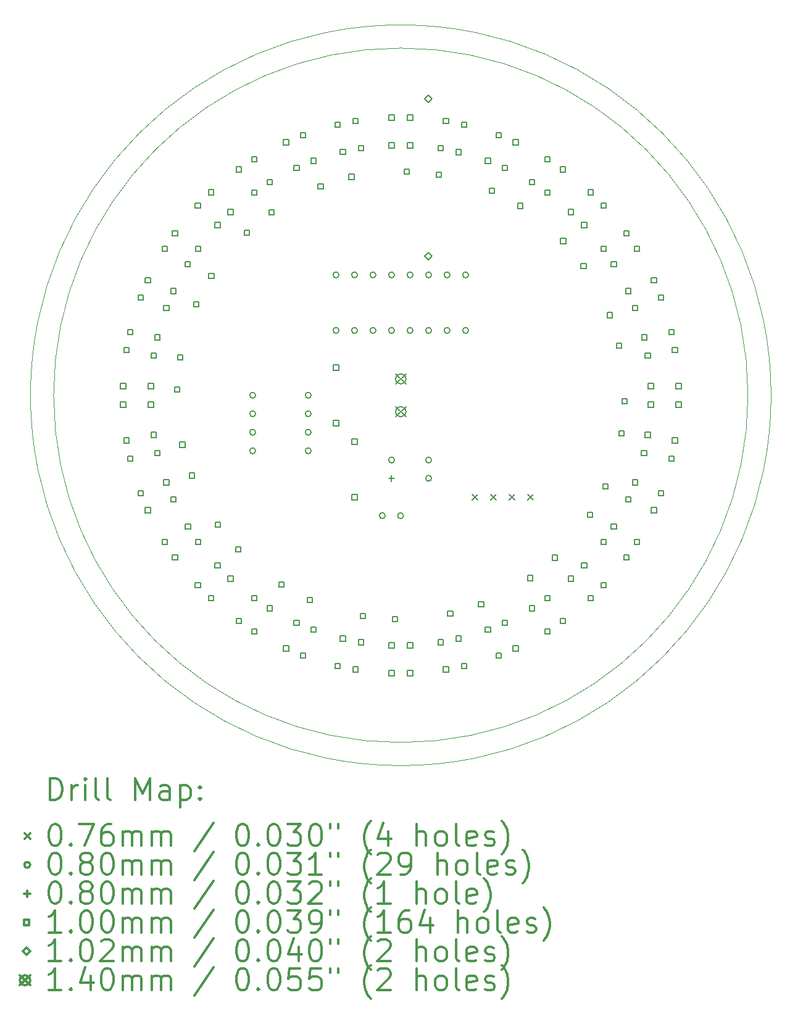
<source format=gbr>
%FSLAX45Y45*%
G04 Gerber Fmt 4.5, Leading zero omitted, Abs format (unit mm)*
G04 Created by KiCad (PCBNEW 4.0.0-rc1-stable) date 4/24/2016 3:56:28 PM*
%MOMM*%
G01*
G04 APERTURE LIST*
%ADD10C,0.127000*%
%ADD11C,0.100000*%
%ADD12C,0.200000*%
%ADD13C,0.300000*%
G04 APERTURE END LIST*
D10*
D11*
X20320000Y-10160000D02*
G75*
G03X20320000Y-10160000I-5080000J0D01*
G01*
X20002500Y-10160000D02*
G75*
G03X20002500Y-10160000I-4762500J0D01*
G01*
D12*
X16217900Y-11518900D02*
X16294100Y-11595100D01*
X16294100Y-11518900D02*
X16217900Y-11595100D01*
X16471900Y-11518900D02*
X16548100Y-11595100D01*
X16548100Y-11518900D02*
X16471900Y-11595100D01*
X16725900Y-11518900D02*
X16802100Y-11595100D01*
X16802100Y-11518900D02*
X16725900Y-11595100D01*
X16979900Y-11518900D02*
X17056100Y-11595100D01*
X17056100Y-11518900D02*
X16979900Y-11595100D01*
X13248000Y-10160000D02*
G75*
G03X13248000Y-10160000I-40000J0D01*
G01*
X13248000Y-10414000D02*
G75*
G03X13248000Y-10414000I-40000J0D01*
G01*
X13248000Y-10668000D02*
G75*
G03X13248000Y-10668000I-40000J0D01*
G01*
X13248000Y-10922000D02*
G75*
G03X13248000Y-10922000I-40000J0D01*
G01*
X14010000Y-10160000D02*
G75*
G03X14010000Y-10160000I-40000J0D01*
G01*
X14010000Y-10414000D02*
G75*
G03X14010000Y-10414000I-40000J0D01*
G01*
X14010000Y-10668000D02*
G75*
G03X14010000Y-10668000I-40000J0D01*
G01*
X14010000Y-10922000D02*
G75*
G03X14010000Y-10922000I-40000J0D01*
G01*
X14391000Y-8509000D02*
G75*
G03X14391000Y-8509000I-40000J0D01*
G01*
X14391000Y-9271000D02*
G75*
G03X14391000Y-9271000I-40000J0D01*
G01*
X14645000Y-8509000D02*
G75*
G03X14645000Y-8509000I-40000J0D01*
G01*
X14645000Y-9271000D02*
G75*
G03X14645000Y-9271000I-40000J0D01*
G01*
X14899000Y-8509000D02*
G75*
G03X14899000Y-8509000I-40000J0D01*
G01*
X14899000Y-9271000D02*
G75*
G03X14899000Y-9271000I-40000J0D01*
G01*
X15026000Y-11811000D02*
G75*
G03X15026000Y-11811000I-40000J0D01*
G01*
X15153000Y-8509000D02*
G75*
G03X15153000Y-8509000I-40000J0D01*
G01*
X15153000Y-9271000D02*
G75*
G03X15153000Y-9271000I-40000J0D01*
G01*
X15153000Y-11049000D02*
G75*
G03X15153000Y-11049000I-40000J0D01*
G01*
X15276000Y-11811000D02*
G75*
G03X15276000Y-11811000I-40000J0D01*
G01*
X15407000Y-8509000D02*
G75*
G03X15407000Y-8509000I-40000J0D01*
G01*
X15407000Y-9271000D02*
G75*
G03X15407000Y-9271000I-40000J0D01*
G01*
X15661000Y-8509000D02*
G75*
G03X15661000Y-8509000I-40000J0D01*
G01*
X15661000Y-9271000D02*
G75*
G03X15661000Y-9271000I-40000J0D01*
G01*
X15661000Y-11049000D02*
G75*
G03X15661000Y-11049000I-40000J0D01*
G01*
X15661000Y-11299000D02*
G75*
G03X15661000Y-11299000I-40000J0D01*
G01*
X15915000Y-8509000D02*
G75*
G03X15915000Y-8509000I-40000J0D01*
G01*
X15915000Y-9271000D02*
G75*
G03X15915000Y-9271000I-40000J0D01*
G01*
X16169000Y-8509000D02*
G75*
G03X16169000Y-8509000I-40000J0D01*
G01*
X16169000Y-9271000D02*
G75*
G03X16169000Y-9271000I-40000J0D01*
G01*
X15113000Y-11258995D02*
X15113000Y-11339005D01*
X15072995Y-11299000D02*
X15153005Y-11299000D01*
X11465382Y-10068383D02*
X11465382Y-9997618D01*
X11394617Y-9997618D01*
X11394617Y-10068383D01*
X11465382Y-10068383D01*
X11465382Y-10322383D02*
X11465382Y-10251618D01*
X11394617Y-10251618D01*
X11394617Y-10322383D01*
X11465382Y-10322383D01*
X11513814Y-9576648D02*
X11513814Y-9505883D01*
X11443049Y-9505883D01*
X11443049Y-9576648D01*
X11513814Y-9576648D01*
X11514032Y-10814074D02*
X11514032Y-10743309D01*
X11443267Y-10743309D01*
X11443267Y-10814074D01*
X11514032Y-10814074D01*
X11563367Y-11063236D02*
X11563367Y-10992471D01*
X11492602Y-10992471D01*
X11492602Y-11063236D01*
X11563367Y-11063236D01*
X11563584Y-9327572D02*
X11563584Y-9256807D01*
X11492819Y-9256807D01*
X11492819Y-9327572D01*
X11563584Y-9327572D01*
X11706801Y-8854691D02*
X11706801Y-8783926D01*
X11636036Y-8783926D01*
X11636036Y-8854691D01*
X11706801Y-8854691D01*
X11706801Y-11536074D02*
X11706801Y-11465309D01*
X11636036Y-11465309D01*
X11636036Y-11536074D01*
X11706801Y-11536074D01*
X11804002Y-8620026D02*
X11804002Y-8549261D01*
X11733237Y-8549261D01*
X11733237Y-8620026D01*
X11804002Y-8620026D01*
X11804002Y-11770739D02*
X11804002Y-11699974D01*
X11733237Y-11699974D01*
X11733237Y-11770739D01*
X11804002Y-11770739D01*
X11846382Y-10068383D02*
X11846382Y-9997618D01*
X11775617Y-9997618D01*
X11775617Y-10068383D01*
X11846382Y-10068383D01*
X11846382Y-10322383D02*
X11846382Y-10251618D01*
X11775617Y-10251618D01*
X11775617Y-10322383D01*
X11846382Y-10322383D01*
X11887493Y-9650978D02*
X11887493Y-9580213D01*
X11816728Y-9580213D01*
X11816728Y-9650978D01*
X11887493Y-9650978D01*
X11887711Y-10739744D02*
X11887711Y-10668979D01*
X11816946Y-10668979D01*
X11816946Y-10739744D01*
X11887711Y-10739744D01*
X11937046Y-10988907D02*
X11937046Y-10918142D01*
X11866281Y-10918142D01*
X11866281Y-10988907D01*
X11937046Y-10988907D01*
X11937264Y-9401901D02*
X11937264Y-9331136D01*
X11866499Y-9331136D01*
X11866499Y-9401901D01*
X11937264Y-9401901D01*
X12036926Y-8184257D02*
X12036926Y-8113492D01*
X11966161Y-8113492D01*
X11966161Y-8184257D01*
X12036926Y-8184257D01*
X12037110Y-12206385D02*
X12037110Y-12135620D01*
X11966345Y-12135620D01*
X11966345Y-12206385D01*
X12037110Y-12206385D01*
X12058799Y-9000494D02*
X12058799Y-8929729D01*
X11988034Y-8929729D01*
X11988034Y-9000494D01*
X12058799Y-9000494D01*
X12058799Y-11390271D02*
X12058799Y-11319506D01*
X11988034Y-11319506D01*
X11988034Y-11390271D01*
X12058799Y-11390271D01*
X12156000Y-8765828D02*
X12156000Y-8695063D01*
X12085235Y-8695063D01*
X12085235Y-8765828D01*
X12156000Y-8765828D01*
X12156000Y-11624937D02*
X12156000Y-11554172D01*
X12085235Y-11554172D01*
X12085235Y-11624937D01*
X12156000Y-11624937D01*
X12178041Y-12417702D02*
X12178041Y-12346937D01*
X12107276Y-12346937D01*
X12107276Y-12417702D01*
X12178041Y-12417702D01*
X12178225Y-7973186D02*
X12178225Y-7902421D01*
X12107460Y-7902421D01*
X12107460Y-7973186D01*
X12178225Y-7973186D01*
X12205046Y-10114941D02*
X12205046Y-10044176D01*
X12134281Y-10044176D01*
X12134281Y-10114941D01*
X12205046Y-10114941D01*
X12248030Y-9675189D02*
X12248030Y-9604424D01*
X12177265Y-9604424D01*
X12177265Y-9675189D01*
X12248030Y-9675189D01*
X12279404Y-10873304D02*
X12279404Y-10802539D01*
X12208639Y-10802539D01*
X12208639Y-10873304D01*
X12279404Y-10873304D01*
X12353716Y-8395929D02*
X12353716Y-8325164D01*
X12282951Y-8325164D01*
X12282951Y-8395929D01*
X12353716Y-8395929D01*
X12353900Y-11994713D02*
X12353900Y-11923948D01*
X12283135Y-11923948D01*
X12283135Y-11994713D01*
X12353900Y-11994713D01*
X12407977Y-11296031D02*
X12407977Y-11225266D01*
X12337212Y-11225266D01*
X12337212Y-11296031D01*
X12407977Y-11296031D01*
X12469545Y-8946097D02*
X12469545Y-8875332D01*
X12398780Y-8875332D01*
X12398780Y-8946097D01*
X12469545Y-8946097D01*
X12491503Y-7591108D02*
X12491503Y-7520343D01*
X12420738Y-7520343D01*
X12420738Y-7591108D01*
X12491503Y-7591108D01*
X12491503Y-12799657D02*
X12491503Y-12728892D01*
X12420738Y-12728892D01*
X12420738Y-12799657D01*
X12491503Y-12799657D01*
X12494831Y-12206029D02*
X12494831Y-12135264D01*
X12424066Y-12135264D01*
X12424066Y-12206029D01*
X12494831Y-12206029D01*
X12495015Y-8184859D02*
X12495015Y-8114094D01*
X12424250Y-8114094D01*
X12424250Y-8184859D01*
X12495015Y-8184859D01*
X12671108Y-7411503D02*
X12671108Y-7340738D01*
X12600343Y-7340738D01*
X12600343Y-7411503D01*
X12671108Y-7411503D01*
X12671108Y-12979262D02*
X12671108Y-12908497D01*
X12600343Y-12908497D01*
X12600343Y-12979262D01*
X12671108Y-12979262D01*
X12677543Y-8556269D02*
X12677543Y-8485504D01*
X12606778Y-8485504D01*
X12606778Y-8556269D01*
X12677543Y-8556269D01*
X12760911Y-7860516D02*
X12760911Y-7789751D01*
X12690146Y-7789751D01*
X12690146Y-7860516D01*
X12760911Y-7860516D01*
X12760911Y-12530249D02*
X12760911Y-12459484D01*
X12690146Y-12459484D01*
X12690146Y-12530249D01*
X12760911Y-12530249D01*
X12766889Y-11968212D02*
X12766889Y-11897447D01*
X12696124Y-11897447D01*
X12696124Y-11968212D01*
X12766889Y-11968212D01*
X12940516Y-7680911D02*
X12940516Y-7610146D01*
X12869751Y-7610146D01*
X12869751Y-7680911D01*
X12940516Y-7680911D01*
X12940516Y-12709854D02*
X12940516Y-12639089D01*
X12869751Y-12639089D01*
X12869751Y-12709854D01*
X12940516Y-12709854D01*
X13047446Y-12309557D02*
X13047446Y-12238792D01*
X12976681Y-12238792D01*
X12976681Y-12309557D01*
X13047446Y-12309557D01*
X13053063Y-7098041D02*
X13053063Y-7027276D01*
X12982298Y-7027276D01*
X12982298Y-7098041D01*
X13053063Y-7098041D01*
X13053186Y-13292540D02*
X13053186Y-13221775D01*
X12982421Y-13221775D01*
X12982421Y-13292540D01*
X13053186Y-13292540D01*
X13161207Y-7967446D02*
X13161207Y-7896681D01*
X13090442Y-7896681D01*
X13090442Y-7967446D01*
X13161207Y-7967446D01*
X13264257Y-13433839D02*
X13264257Y-13363074D01*
X13193492Y-13363074D01*
X13193492Y-13433839D01*
X13264257Y-13433839D01*
X13264380Y-6957110D02*
X13264380Y-6886345D01*
X13193615Y-6886345D01*
X13193615Y-6957110D01*
X13264380Y-6957110D01*
X13264735Y-7414831D02*
X13264735Y-7344066D01*
X13193970Y-7344066D01*
X13193970Y-7414831D01*
X13264735Y-7414831D01*
X13264859Y-12975750D02*
X13264859Y-12904985D01*
X13194094Y-12904985D01*
X13194094Y-12975750D01*
X13264859Y-12975750D01*
X13475929Y-13117049D02*
X13475929Y-13046284D01*
X13405164Y-13046284D01*
X13405164Y-13117049D01*
X13475929Y-13117049D01*
X13476052Y-7273900D02*
X13476052Y-7203135D01*
X13405287Y-7203135D01*
X13405287Y-7273900D01*
X13476052Y-7273900D01*
X13502553Y-7686889D02*
X13502553Y-7616124D01*
X13431788Y-7616124D01*
X13431788Y-7686889D01*
X13502553Y-7686889D01*
X13636269Y-12793222D02*
X13636269Y-12722457D01*
X13565504Y-12722457D01*
X13565504Y-12793222D01*
X13636269Y-12793222D01*
X13700026Y-6724002D02*
X13700026Y-6653237D01*
X13629261Y-6653237D01*
X13629261Y-6724002D01*
X13700026Y-6724002D01*
X13700026Y-13666763D02*
X13700026Y-13595998D01*
X13629261Y-13595998D01*
X13629261Y-13666763D01*
X13700026Y-13666763D01*
X13845828Y-7076000D02*
X13845828Y-7005235D01*
X13775063Y-7005235D01*
X13775063Y-7076000D01*
X13845828Y-7076000D01*
X13845828Y-13314765D02*
X13845828Y-13244000D01*
X13775063Y-13244000D01*
X13775063Y-13314765D01*
X13845828Y-13314765D01*
X13934691Y-6626801D02*
X13934691Y-6556036D01*
X13863926Y-6556036D01*
X13863926Y-6626801D01*
X13934691Y-6626801D01*
X13934691Y-13763964D02*
X13934691Y-13693199D01*
X13863926Y-13693199D01*
X13863926Y-13763964D01*
X13934691Y-13763964D01*
X14026097Y-13001220D02*
X14026097Y-12930455D01*
X13955332Y-12930455D01*
X13955332Y-13001220D01*
X14026097Y-13001220D01*
X14080494Y-6978799D02*
X14080494Y-6908034D01*
X14009729Y-6908034D01*
X14009729Y-6978799D01*
X14080494Y-6978799D01*
X14080494Y-13411966D02*
X14080494Y-13341201D01*
X14009729Y-13341201D01*
X14009729Y-13411966D01*
X14080494Y-13411966D01*
X14174734Y-7327977D02*
X14174734Y-7257212D01*
X14103969Y-7257212D01*
X14103969Y-7327977D01*
X14174734Y-7327977D01*
X14386382Y-9814383D02*
X14386382Y-9743618D01*
X14315617Y-9743618D01*
X14315617Y-9814383D01*
X14386382Y-9814383D01*
X14386382Y-10576383D02*
X14386382Y-10505618D01*
X14315617Y-10505618D01*
X14315617Y-10576383D01*
X14386382Y-10576383D01*
X14407529Y-6483367D02*
X14407529Y-6412602D01*
X14336764Y-6412602D01*
X14336764Y-6483367D01*
X14407529Y-6483367D01*
X14407572Y-13907181D02*
X14407572Y-13836416D01*
X14336807Y-13836416D01*
X14336807Y-13907181D01*
X14407572Y-13907181D01*
X14481858Y-6857046D02*
X14481858Y-6786281D01*
X14411093Y-6786281D01*
X14411093Y-6857046D01*
X14481858Y-6857046D01*
X14481901Y-13533501D02*
X14481901Y-13462736D01*
X14411136Y-13462736D01*
X14411136Y-13533501D01*
X14481901Y-13533501D01*
X14597461Y-7199404D02*
X14597461Y-7128639D01*
X14526696Y-7128639D01*
X14526696Y-7199404D01*
X14597461Y-7199404D01*
X14640382Y-10830383D02*
X14640382Y-10759618D01*
X14569617Y-10759618D01*
X14569617Y-10830383D01*
X14640382Y-10830383D01*
X14640382Y-11592382D02*
X14640382Y-11521617D01*
X14569617Y-11521617D01*
X14569617Y-11592382D01*
X14640382Y-11592382D01*
X14656648Y-13956951D02*
X14656648Y-13886186D01*
X14585883Y-13886186D01*
X14585883Y-13956951D01*
X14656648Y-13956951D01*
X14656691Y-6434032D02*
X14656691Y-6363267D01*
X14585926Y-6363267D01*
X14585926Y-6434032D01*
X14656691Y-6434032D01*
X14730977Y-13583272D02*
X14730977Y-13512507D01*
X14660212Y-13512507D01*
X14660212Y-13583272D01*
X14730977Y-13583272D01*
X14731021Y-6807711D02*
X14731021Y-6736946D01*
X14660256Y-6736946D01*
X14660256Y-6807711D01*
X14731021Y-6807711D01*
X14755189Y-13222735D02*
X14755189Y-13151970D01*
X14684424Y-13151970D01*
X14684424Y-13222735D01*
X14755189Y-13222735D01*
X15148382Y-6385382D02*
X15148382Y-6314617D01*
X15077617Y-6314617D01*
X15077617Y-6385382D01*
X15148382Y-6385382D01*
X15148382Y-6766382D02*
X15148382Y-6695617D01*
X15077617Y-6695617D01*
X15077617Y-6766382D01*
X15148382Y-6766382D01*
X15148382Y-13624382D02*
X15148382Y-13553617D01*
X15077617Y-13553617D01*
X15077617Y-13624382D01*
X15148382Y-13624382D01*
X15148382Y-14005382D02*
X15148382Y-13934617D01*
X15077617Y-13934617D01*
X15077617Y-14005382D01*
X15148382Y-14005382D01*
X15194941Y-13265719D02*
X15194941Y-13194954D01*
X15124176Y-13194954D01*
X15124176Y-13265719D01*
X15194941Y-13265719D01*
X15355824Y-7125046D02*
X15355824Y-7054281D01*
X15285059Y-7054281D01*
X15285059Y-7125046D01*
X15355824Y-7125046D01*
X15402382Y-6385382D02*
X15402382Y-6314617D01*
X15331617Y-6314617D01*
X15331617Y-6385382D01*
X15402382Y-6385382D01*
X15402382Y-6766382D02*
X15402382Y-6695617D01*
X15331617Y-6695617D01*
X15331617Y-6766382D01*
X15402382Y-6766382D01*
X15402382Y-13624382D02*
X15402382Y-13553617D01*
X15331617Y-13553617D01*
X15331617Y-13624382D01*
X15402382Y-13624382D01*
X15402382Y-14005382D02*
X15402382Y-13934617D01*
X15331617Y-13934617D01*
X15331617Y-14005382D01*
X15402382Y-14005382D01*
X15795576Y-7168030D02*
X15795576Y-7097265D01*
X15724811Y-7097265D01*
X15724811Y-7168030D01*
X15795576Y-7168030D01*
X15819744Y-13583054D02*
X15819744Y-13512289D01*
X15748979Y-13512289D01*
X15748979Y-13583054D01*
X15819744Y-13583054D01*
X15819787Y-6807493D02*
X15819787Y-6736728D01*
X15749022Y-6736728D01*
X15749022Y-6807493D01*
X15819787Y-6807493D01*
X15894074Y-13956733D02*
X15894074Y-13885968D01*
X15823309Y-13885968D01*
X15823309Y-13956733D01*
X15894074Y-13956733D01*
X15894117Y-6433814D02*
X15894117Y-6363049D01*
X15823352Y-6363049D01*
X15823352Y-6433814D01*
X15894117Y-6433814D01*
X15953304Y-13191361D02*
X15953304Y-13120596D01*
X15882539Y-13120596D01*
X15882539Y-13191361D01*
X15953304Y-13191361D01*
X16068051Y-6861170D02*
X16068051Y-6790405D01*
X15997286Y-6790405D01*
X15997286Y-6861170D01*
X16068051Y-6861170D01*
X16068907Y-13533719D02*
X16068907Y-13462954D01*
X15998142Y-13462954D01*
X15998142Y-13533719D01*
X16068907Y-13533719D01*
X16143193Y-6483584D02*
X16143193Y-6412819D01*
X16072428Y-6412819D01*
X16072428Y-6483584D01*
X16143193Y-6483584D01*
X16143236Y-13907398D02*
X16143236Y-13836633D01*
X16072471Y-13836633D01*
X16072471Y-13907398D01*
X16143236Y-13907398D01*
X16376031Y-13062787D02*
X16376031Y-12992022D01*
X16305266Y-12992022D01*
X16305266Y-13062787D01*
X16376031Y-13062787D01*
X16470271Y-6978799D02*
X16470271Y-6908034D01*
X16399506Y-6908034D01*
X16399506Y-6978799D01*
X16470271Y-6978799D01*
X16470271Y-13411966D02*
X16470271Y-13341201D01*
X16399506Y-13341201D01*
X16399506Y-13411966D01*
X16470271Y-13411966D01*
X16524668Y-7389545D02*
X16524668Y-7318780D01*
X16453903Y-7318780D01*
X16453903Y-7389545D01*
X16524668Y-7389545D01*
X16616074Y-6626801D02*
X16616074Y-6556036D01*
X16545309Y-6556036D01*
X16545309Y-6626801D01*
X16616074Y-6626801D01*
X16616074Y-13763964D02*
X16616074Y-13693199D01*
X16545309Y-13693199D01*
X16545309Y-13763964D01*
X16616074Y-13763964D01*
X16704937Y-7076000D02*
X16704937Y-7005235D01*
X16634172Y-7005235D01*
X16634172Y-7076000D01*
X16704937Y-7076000D01*
X16704937Y-13314765D02*
X16704937Y-13244000D01*
X16634172Y-13244000D01*
X16634172Y-13314765D01*
X16704937Y-13314765D01*
X16850739Y-6724002D02*
X16850739Y-6653237D01*
X16779974Y-6653237D01*
X16779974Y-6724002D01*
X16850739Y-6724002D01*
X16850739Y-13666763D02*
X16850739Y-13595998D01*
X16779974Y-13595998D01*
X16779974Y-13666763D01*
X16850739Y-13666763D01*
X16914496Y-7597543D02*
X16914496Y-7526778D01*
X16843731Y-7526778D01*
X16843731Y-7597543D01*
X16914496Y-7597543D01*
X17048212Y-12703876D02*
X17048212Y-12633111D01*
X16977447Y-12633111D01*
X16977447Y-12703876D01*
X17048212Y-12703876D01*
X17074713Y-13116865D02*
X17074713Y-13046100D01*
X17003948Y-13046100D01*
X17003948Y-13116865D01*
X17074713Y-13116865D01*
X17074836Y-7273716D02*
X17074836Y-7202951D01*
X17004071Y-7202951D01*
X17004071Y-7273716D01*
X17074836Y-7273716D01*
X17285906Y-7415015D02*
X17285906Y-7344250D01*
X17215141Y-7344250D01*
X17215141Y-7415015D01*
X17285906Y-7415015D01*
X17286030Y-12975934D02*
X17286030Y-12905169D01*
X17215265Y-12905169D01*
X17215265Y-12975934D01*
X17286030Y-12975934D01*
X17286385Y-13433655D02*
X17286385Y-13362890D01*
X17215620Y-13362890D01*
X17215620Y-13433655D01*
X17286385Y-13433655D01*
X17286508Y-6956926D02*
X17286508Y-6886161D01*
X17215743Y-6886161D01*
X17215743Y-6956926D01*
X17286508Y-6956926D01*
X17389558Y-12423319D02*
X17389558Y-12352554D01*
X17318793Y-12352554D01*
X17318793Y-12423319D01*
X17389558Y-12423319D01*
X17497579Y-7098225D02*
X17497579Y-7027460D01*
X17426814Y-7027460D01*
X17426814Y-7098225D01*
X17497579Y-7098225D01*
X17497702Y-13292724D02*
X17497702Y-13221959D01*
X17426937Y-13221959D01*
X17426937Y-13292724D01*
X17497702Y-13292724D01*
X17503319Y-8081207D02*
X17503319Y-8010442D01*
X17432554Y-8010442D01*
X17432554Y-8081207D01*
X17503319Y-8081207D01*
X17610249Y-7680911D02*
X17610249Y-7610146D01*
X17539484Y-7610146D01*
X17539484Y-7680911D01*
X17610249Y-7680911D01*
X17610249Y-12709854D02*
X17610249Y-12639089D01*
X17539484Y-12639089D01*
X17539484Y-12709854D01*
X17610249Y-12709854D01*
X17783876Y-8422553D02*
X17783876Y-8351788D01*
X17713111Y-8351788D01*
X17713111Y-8422553D01*
X17783876Y-8422553D01*
X17789854Y-7860516D02*
X17789854Y-7789751D01*
X17719089Y-7789751D01*
X17719089Y-7860516D01*
X17789854Y-7860516D01*
X17789854Y-12530249D02*
X17789854Y-12459484D01*
X17719089Y-12459484D01*
X17719089Y-12530249D01*
X17789854Y-12530249D01*
X17873222Y-11834496D02*
X17873222Y-11763731D01*
X17802457Y-11763731D01*
X17802457Y-11834496D01*
X17873222Y-11834496D01*
X17879657Y-7411503D02*
X17879657Y-7340738D01*
X17808892Y-7340738D01*
X17808892Y-7411503D01*
X17879657Y-7411503D01*
X17879657Y-12979262D02*
X17879657Y-12908497D01*
X17808892Y-12908497D01*
X17808892Y-12979262D01*
X17879657Y-12979262D01*
X18055750Y-12205906D02*
X18055750Y-12135141D01*
X17984985Y-12135141D01*
X17984985Y-12205906D01*
X18055750Y-12205906D01*
X18055934Y-8184735D02*
X18055934Y-8113970D01*
X17985169Y-8113970D01*
X17985169Y-8184735D01*
X18055934Y-8184735D01*
X18059262Y-7591108D02*
X18059262Y-7520343D01*
X17988497Y-7520343D01*
X17988497Y-7591108D01*
X18059262Y-7591108D01*
X18059262Y-12799657D02*
X18059262Y-12728892D01*
X17988497Y-12728892D01*
X17988497Y-12799657D01*
X18059262Y-12799657D01*
X18081220Y-11444668D02*
X18081220Y-11373903D01*
X18010455Y-11373903D01*
X18010455Y-11444668D01*
X18081220Y-11444668D01*
X18142788Y-9094734D02*
X18142788Y-9023969D01*
X18072023Y-9023969D01*
X18072023Y-9094734D01*
X18142788Y-9094734D01*
X18196865Y-8396052D02*
X18196865Y-8325287D01*
X18126100Y-8325287D01*
X18126100Y-8396052D01*
X18196865Y-8396052D01*
X18197049Y-11994836D02*
X18197049Y-11924071D01*
X18126284Y-11924071D01*
X18126284Y-11994836D01*
X18197049Y-11994836D01*
X18271361Y-9517461D02*
X18271361Y-9446696D01*
X18200596Y-9446696D01*
X18200596Y-9517461D01*
X18271361Y-9517461D01*
X18302735Y-10715576D02*
X18302735Y-10644811D01*
X18231970Y-10644811D01*
X18231970Y-10715576D01*
X18302735Y-10715576D01*
X18345719Y-10275824D02*
X18345719Y-10205059D01*
X18274954Y-10205059D01*
X18274954Y-10275824D01*
X18345719Y-10275824D01*
X18372540Y-12417578D02*
X18372540Y-12346813D01*
X18301775Y-12346813D01*
X18301775Y-12417578D01*
X18372540Y-12417578D01*
X18372724Y-7973063D02*
X18372724Y-7902298D01*
X18301959Y-7902298D01*
X18301959Y-7973063D01*
X18372724Y-7973063D01*
X18394765Y-8765828D02*
X18394765Y-8695063D01*
X18324000Y-8695063D01*
X18324000Y-8765828D01*
X18394765Y-8765828D01*
X18394765Y-11624937D02*
X18394765Y-11554172D01*
X18324000Y-11554172D01*
X18324000Y-11624937D01*
X18394765Y-11624937D01*
X18491966Y-9000494D02*
X18491966Y-8929729D01*
X18421201Y-8929729D01*
X18421201Y-9000494D01*
X18491966Y-9000494D01*
X18491966Y-11390271D02*
X18491966Y-11319506D01*
X18421201Y-11319506D01*
X18421201Y-11390271D01*
X18491966Y-11390271D01*
X18513655Y-8184380D02*
X18513655Y-8113615D01*
X18442890Y-8113615D01*
X18442890Y-8184380D01*
X18513655Y-8184380D01*
X18513839Y-12206508D02*
X18513839Y-12135743D01*
X18443074Y-12135743D01*
X18443074Y-12206508D01*
X18513839Y-12206508D01*
X18613501Y-10988864D02*
X18613501Y-10918099D01*
X18542736Y-10918099D01*
X18542736Y-10988864D01*
X18613501Y-10988864D01*
X18613719Y-9401858D02*
X18613719Y-9331093D01*
X18542954Y-9331093D01*
X18542954Y-9401858D01*
X18613719Y-9401858D01*
X18663054Y-9651021D02*
X18663054Y-9580256D01*
X18592289Y-9580256D01*
X18592289Y-9651021D01*
X18663054Y-9651021D01*
X18663272Y-10739788D02*
X18663272Y-10669023D01*
X18592507Y-10669023D01*
X18592507Y-10739788D01*
X18663272Y-10739788D01*
X18704383Y-10068383D02*
X18704383Y-9997618D01*
X18633618Y-9997618D01*
X18633618Y-10068383D01*
X18704383Y-10068383D01*
X18704383Y-10322383D02*
X18704383Y-10251618D01*
X18633618Y-10251618D01*
X18633618Y-10322383D01*
X18704383Y-10322383D01*
X18746763Y-8620026D02*
X18746763Y-8549261D01*
X18675998Y-8549261D01*
X18675998Y-8620026D01*
X18746763Y-8620026D01*
X18746763Y-11770739D02*
X18746763Y-11699974D01*
X18675998Y-11699974D01*
X18675998Y-11770739D01*
X18746763Y-11770739D01*
X18843964Y-8854691D02*
X18843964Y-8783926D01*
X18773199Y-8783926D01*
X18773199Y-8854691D01*
X18843964Y-8854691D01*
X18843964Y-11536074D02*
X18843964Y-11465309D01*
X18773199Y-11465309D01*
X18773199Y-11536074D01*
X18843964Y-11536074D01*
X18987181Y-11063193D02*
X18987181Y-10992428D01*
X18916416Y-10992428D01*
X18916416Y-11063193D01*
X18987181Y-11063193D01*
X18987398Y-9327529D02*
X18987398Y-9256764D01*
X18916633Y-9256764D01*
X18916633Y-9327529D01*
X18987398Y-9327529D01*
X19036733Y-9576691D02*
X19036733Y-9505926D01*
X18965968Y-9505926D01*
X18965968Y-9576691D01*
X19036733Y-9576691D01*
X19036951Y-10814117D02*
X19036951Y-10743352D01*
X18966186Y-10743352D01*
X18966186Y-10814117D01*
X19036951Y-10814117D01*
X19085383Y-10068383D02*
X19085383Y-9997618D01*
X19014618Y-9997618D01*
X19014618Y-10068383D01*
X19085383Y-10068383D01*
X19085383Y-10322383D02*
X19085383Y-10251618D01*
X19014618Y-10251618D01*
X19014618Y-10322383D01*
X19085383Y-10322383D01*
X15621000Y-6146800D02*
X15671800Y-6096000D01*
X15621000Y-6045200D01*
X15570200Y-6096000D01*
X15621000Y-6146800D01*
X15621000Y-8305800D02*
X15671800Y-8255000D01*
X15621000Y-8204200D01*
X15570200Y-8255000D01*
X15621000Y-8305800D01*
X15170000Y-9865000D02*
X15310000Y-10005000D01*
X15310000Y-9865000D02*
X15170000Y-10005000D01*
X15310000Y-9935000D02*
G75*
G03X15310000Y-9935000I-70000J0D01*
G01*
X15170000Y-10315000D02*
X15310000Y-10455000D01*
X15310000Y-10315000D02*
X15170000Y-10455000D01*
X15310000Y-10385000D02*
G75*
G03X15310000Y-10385000I-70000J0D01*
G01*
D13*
X10426429Y-15710714D02*
X10426429Y-15410714D01*
X10497857Y-15410714D01*
X10540714Y-15425000D01*
X10569286Y-15453571D01*
X10583571Y-15482143D01*
X10597857Y-15539286D01*
X10597857Y-15582143D01*
X10583571Y-15639286D01*
X10569286Y-15667857D01*
X10540714Y-15696429D01*
X10497857Y-15710714D01*
X10426429Y-15710714D01*
X10726429Y-15710714D02*
X10726429Y-15510714D01*
X10726429Y-15567857D02*
X10740714Y-15539286D01*
X10755000Y-15525000D01*
X10783571Y-15510714D01*
X10812143Y-15510714D01*
X10912143Y-15710714D02*
X10912143Y-15510714D01*
X10912143Y-15410714D02*
X10897857Y-15425000D01*
X10912143Y-15439286D01*
X10926429Y-15425000D01*
X10912143Y-15410714D01*
X10912143Y-15439286D01*
X11097857Y-15710714D02*
X11069286Y-15696429D01*
X11055000Y-15667857D01*
X11055000Y-15410714D01*
X11255000Y-15710714D02*
X11226428Y-15696429D01*
X11212143Y-15667857D01*
X11212143Y-15410714D01*
X11597857Y-15710714D02*
X11597857Y-15410714D01*
X11697857Y-15625000D01*
X11797857Y-15410714D01*
X11797857Y-15710714D01*
X12069286Y-15710714D02*
X12069286Y-15553571D01*
X12055000Y-15525000D01*
X12026428Y-15510714D01*
X11969286Y-15510714D01*
X11940714Y-15525000D01*
X12069286Y-15696429D02*
X12040714Y-15710714D01*
X11969286Y-15710714D01*
X11940714Y-15696429D01*
X11926428Y-15667857D01*
X11926428Y-15639286D01*
X11940714Y-15610714D01*
X11969286Y-15596429D01*
X12040714Y-15596429D01*
X12069286Y-15582143D01*
X12212143Y-15510714D02*
X12212143Y-15810714D01*
X12212143Y-15525000D02*
X12240714Y-15510714D01*
X12297857Y-15510714D01*
X12326428Y-15525000D01*
X12340714Y-15539286D01*
X12355000Y-15567857D01*
X12355000Y-15653571D01*
X12340714Y-15682143D01*
X12326428Y-15696429D01*
X12297857Y-15710714D01*
X12240714Y-15710714D01*
X12212143Y-15696429D01*
X12483571Y-15682143D02*
X12497857Y-15696429D01*
X12483571Y-15710714D01*
X12469286Y-15696429D01*
X12483571Y-15682143D01*
X12483571Y-15710714D01*
X12483571Y-15525000D02*
X12497857Y-15539286D01*
X12483571Y-15553571D01*
X12469286Y-15539286D01*
X12483571Y-15525000D01*
X12483571Y-15553571D01*
X10078800Y-16166900D02*
X10155000Y-16243100D01*
X10155000Y-16166900D02*
X10078800Y-16243100D01*
X10483571Y-16040714D02*
X10512143Y-16040714D01*
X10540714Y-16055000D01*
X10555000Y-16069286D01*
X10569286Y-16097857D01*
X10583571Y-16155000D01*
X10583571Y-16226429D01*
X10569286Y-16283571D01*
X10555000Y-16312143D01*
X10540714Y-16326429D01*
X10512143Y-16340714D01*
X10483571Y-16340714D01*
X10455000Y-16326429D01*
X10440714Y-16312143D01*
X10426429Y-16283571D01*
X10412143Y-16226429D01*
X10412143Y-16155000D01*
X10426429Y-16097857D01*
X10440714Y-16069286D01*
X10455000Y-16055000D01*
X10483571Y-16040714D01*
X10712143Y-16312143D02*
X10726429Y-16326429D01*
X10712143Y-16340714D01*
X10697857Y-16326429D01*
X10712143Y-16312143D01*
X10712143Y-16340714D01*
X10826428Y-16040714D02*
X11026428Y-16040714D01*
X10897857Y-16340714D01*
X11269286Y-16040714D02*
X11212143Y-16040714D01*
X11183571Y-16055000D01*
X11169286Y-16069286D01*
X11140714Y-16112143D01*
X11126429Y-16169286D01*
X11126429Y-16283571D01*
X11140714Y-16312143D01*
X11155000Y-16326429D01*
X11183571Y-16340714D01*
X11240714Y-16340714D01*
X11269286Y-16326429D01*
X11283571Y-16312143D01*
X11297857Y-16283571D01*
X11297857Y-16212143D01*
X11283571Y-16183571D01*
X11269286Y-16169286D01*
X11240714Y-16155000D01*
X11183571Y-16155000D01*
X11155000Y-16169286D01*
X11140714Y-16183571D01*
X11126429Y-16212143D01*
X11426428Y-16340714D02*
X11426428Y-16140714D01*
X11426428Y-16169286D02*
X11440714Y-16155000D01*
X11469286Y-16140714D01*
X11512143Y-16140714D01*
X11540714Y-16155000D01*
X11555000Y-16183571D01*
X11555000Y-16340714D01*
X11555000Y-16183571D02*
X11569286Y-16155000D01*
X11597857Y-16140714D01*
X11640714Y-16140714D01*
X11669286Y-16155000D01*
X11683571Y-16183571D01*
X11683571Y-16340714D01*
X11826428Y-16340714D02*
X11826428Y-16140714D01*
X11826428Y-16169286D02*
X11840714Y-16155000D01*
X11869286Y-16140714D01*
X11912143Y-16140714D01*
X11940714Y-16155000D01*
X11955000Y-16183571D01*
X11955000Y-16340714D01*
X11955000Y-16183571D02*
X11969286Y-16155000D01*
X11997857Y-16140714D01*
X12040714Y-16140714D01*
X12069286Y-16155000D01*
X12083571Y-16183571D01*
X12083571Y-16340714D01*
X12669286Y-16026429D02*
X12412143Y-16412143D01*
X13055000Y-16040714D02*
X13083571Y-16040714D01*
X13112143Y-16055000D01*
X13126428Y-16069286D01*
X13140714Y-16097857D01*
X13155000Y-16155000D01*
X13155000Y-16226429D01*
X13140714Y-16283571D01*
X13126428Y-16312143D01*
X13112143Y-16326429D01*
X13083571Y-16340714D01*
X13055000Y-16340714D01*
X13026428Y-16326429D01*
X13012143Y-16312143D01*
X12997857Y-16283571D01*
X12983571Y-16226429D01*
X12983571Y-16155000D01*
X12997857Y-16097857D01*
X13012143Y-16069286D01*
X13026428Y-16055000D01*
X13055000Y-16040714D01*
X13283571Y-16312143D02*
X13297857Y-16326429D01*
X13283571Y-16340714D01*
X13269286Y-16326429D01*
X13283571Y-16312143D01*
X13283571Y-16340714D01*
X13483571Y-16040714D02*
X13512143Y-16040714D01*
X13540714Y-16055000D01*
X13555000Y-16069286D01*
X13569285Y-16097857D01*
X13583571Y-16155000D01*
X13583571Y-16226429D01*
X13569285Y-16283571D01*
X13555000Y-16312143D01*
X13540714Y-16326429D01*
X13512143Y-16340714D01*
X13483571Y-16340714D01*
X13455000Y-16326429D01*
X13440714Y-16312143D01*
X13426428Y-16283571D01*
X13412143Y-16226429D01*
X13412143Y-16155000D01*
X13426428Y-16097857D01*
X13440714Y-16069286D01*
X13455000Y-16055000D01*
X13483571Y-16040714D01*
X13683571Y-16040714D02*
X13869285Y-16040714D01*
X13769285Y-16155000D01*
X13812143Y-16155000D01*
X13840714Y-16169286D01*
X13855000Y-16183571D01*
X13869285Y-16212143D01*
X13869285Y-16283571D01*
X13855000Y-16312143D01*
X13840714Y-16326429D01*
X13812143Y-16340714D01*
X13726428Y-16340714D01*
X13697857Y-16326429D01*
X13683571Y-16312143D01*
X14055000Y-16040714D02*
X14083571Y-16040714D01*
X14112143Y-16055000D01*
X14126428Y-16069286D01*
X14140714Y-16097857D01*
X14155000Y-16155000D01*
X14155000Y-16226429D01*
X14140714Y-16283571D01*
X14126428Y-16312143D01*
X14112143Y-16326429D01*
X14083571Y-16340714D01*
X14055000Y-16340714D01*
X14026428Y-16326429D01*
X14012143Y-16312143D01*
X13997857Y-16283571D01*
X13983571Y-16226429D01*
X13983571Y-16155000D01*
X13997857Y-16097857D01*
X14012143Y-16069286D01*
X14026428Y-16055000D01*
X14055000Y-16040714D01*
X14269286Y-16040714D02*
X14269286Y-16097857D01*
X14383571Y-16040714D02*
X14383571Y-16097857D01*
X14826428Y-16455000D02*
X14812143Y-16440714D01*
X14783571Y-16397857D01*
X14769285Y-16369286D01*
X14755000Y-16326429D01*
X14740714Y-16255000D01*
X14740714Y-16197857D01*
X14755000Y-16126429D01*
X14769285Y-16083571D01*
X14783571Y-16055000D01*
X14812143Y-16012143D01*
X14826428Y-15997857D01*
X15069285Y-16140714D02*
X15069285Y-16340714D01*
X14997857Y-16026429D02*
X14926428Y-16240714D01*
X15112143Y-16240714D01*
X15455000Y-16340714D02*
X15455000Y-16040714D01*
X15583571Y-16340714D02*
X15583571Y-16183571D01*
X15569285Y-16155000D01*
X15540714Y-16140714D01*
X15497857Y-16140714D01*
X15469285Y-16155000D01*
X15455000Y-16169286D01*
X15769285Y-16340714D02*
X15740714Y-16326429D01*
X15726428Y-16312143D01*
X15712143Y-16283571D01*
X15712143Y-16197857D01*
X15726428Y-16169286D01*
X15740714Y-16155000D01*
X15769285Y-16140714D01*
X15812143Y-16140714D01*
X15840714Y-16155000D01*
X15855000Y-16169286D01*
X15869285Y-16197857D01*
X15869285Y-16283571D01*
X15855000Y-16312143D01*
X15840714Y-16326429D01*
X15812143Y-16340714D01*
X15769285Y-16340714D01*
X16040714Y-16340714D02*
X16012143Y-16326429D01*
X15997857Y-16297857D01*
X15997857Y-16040714D01*
X16269286Y-16326429D02*
X16240714Y-16340714D01*
X16183571Y-16340714D01*
X16155000Y-16326429D01*
X16140714Y-16297857D01*
X16140714Y-16183571D01*
X16155000Y-16155000D01*
X16183571Y-16140714D01*
X16240714Y-16140714D01*
X16269286Y-16155000D01*
X16283571Y-16183571D01*
X16283571Y-16212143D01*
X16140714Y-16240714D01*
X16397857Y-16326429D02*
X16426428Y-16340714D01*
X16483571Y-16340714D01*
X16512143Y-16326429D01*
X16526428Y-16297857D01*
X16526428Y-16283571D01*
X16512143Y-16255000D01*
X16483571Y-16240714D01*
X16440714Y-16240714D01*
X16412143Y-16226429D01*
X16397857Y-16197857D01*
X16397857Y-16183571D01*
X16412143Y-16155000D01*
X16440714Y-16140714D01*
X16483571Y-16140714D01*
X16512143Y-16155000D01*
X16626428Y-16455000D02*
X16640714Y-16440714D01*
X16669286Y-16397857D01*
X16683571Y-16369286D01*
X16697857Y-16326429D01*
X16712143Y-16255000D01*
X16712143Y-16197857D01*
X16697857Y-16126429D01*
X16683571Y-16083571D01*
X16669286Y-16055000D01*
X16640714Y-16012143D01*
X16626428Y-15997857D01*
X10155000Y-16601000D02*
G75*
G03X10155000Y-16601000I-40000J0D01*
G01*
X10483571Y-16436714D02*
X10512143Y-16436714D01*
X10540714Y-16451000D01*
X10555000Y-16465286D01*
X10569286Y-16493857D01*
X10583571Y-16551000D01*
X10583571Y-16622429D01*
X10569286Y-16679571D01*
X10555000Y-16708143D01*
X10540714Y-16722429D01*
X10512143Y-16736714D01*
X10483571Y-16736714D01*
X10455000Y-16722429D01*
X10440714Y-16708143D01*
X10426429Y-16679571D01*
X10412143Y-16622429D01*
X10412143Y-16551000D01*
X10426429Y-16493857D01*
X10440714Y-16465286D01*
X10455000Y-16451000D01*
X10483571Y-16436714D01*
X10712143Y-16708143D02*
X10726429Y-16722429D01*
X10712143Y-16736714D01*
X10697857Y-16722429D01*
X10712143Y-16708143D01*
X10712143Y-16736714D01*
X10897857Y-16565286D02*
X10869286Y-16551000D01*
X10855000Y-16536714D01*
X10840714Y-16508143D01*
X10840714Y-16493857D01*
X10855000Y-16465286D01*
X10869286Y-16451000D01*
X10897857Y-16436714D01*
X10955000Y-16436714D01*
X10983571Y-16451000D01*
X10997857Y-16465286D01*
X11012143Y-16493857D01*
X11012143Y-16508143D01*
X10997857Y-16536714D01*
X10983571Y-16551000D01*
X10955000Y-16565286D01*
X10897857Y-16565286D01*
X10869286Y-16579571D01*
X10855000Y-16593857D01*
X10840714Y-16622429D01*
X10840714Y-16679571D01*
X10855000Y-16708143D01*
X10869286Y-16722429D01*
X10897857Y-16736714D01*
X10955000Y-16736714D01*
X10983571Y-16722429D01*
X10997857Y-16708143D01*
X11012143Y-16679571D01*
X11012143Y-16622429D01*
X10997857Y-16593857D01*
X10983571Y-16579571D01*
X10955000Y-16565286D01*
X11197857Y-16436714D02*
X11226428Y-16436714D01*
X11255000Y-16451000D01*
X11269286Y-16465286D01*
X11283571Y-16493857D01*
X11297857Y-16551000D01*
X11297857Y-16622429D01*
X11283571Y-16679571D01*
X11269286Y-16708143D01*
X11255000Y-16722429D01*
X11226428Y-16736714D01*
X11197857Y-16736714D01*
X11169286Y-16722429D01*
X11155000Y-16708143D01*
X11140714Y-16679571D01*
X11126429Y-16622429D01*
X11126429Y-16551000D01*
X11140714Y-16493857D01*
X11155000Y-16465286D01*
X11169286Y-16451000D01*
X11197857Y-16436714D01*
X11426428Y-16736714D02*
X11426428Y-16536714D01*
X11426428Y-16565286D02*
X11440714Y-16551000D01*
X11469286Y-16536714D01*
X11512143Y-16536714D01*
X11540714Y-16551000D01*
X11555000Y-16579571D01*
X11555000Y-16736714D01*
X11555000Y-16579571D02*
X11569286Y-16551000D01*
X11597857Y-16536714D01*
X11640714Y-16536714D01*
X11669286Y-16551000D01*
X11683571Y-16579571D01*
X11683571Y-16736714D01*
X11826428Y-16736714D02*
X11826428Y-16536714D01*
X11826428Y-16565286D02*
X11840714Y-16551000D01*
X11869286Y-16536714D01*
X11912143Y-16536714D01*
X11940714Y-16551000D01*
X11955000Y-16579571D01*
X11955000Y-16736714D01*
X11955000Y-16579571D02*
X11969286Y-16551000D01*
X11997857Y-16536714D01*
X12040714Y-16536714D01*
X12069286Y-16551000D01*
X12083571Y-16579571D01*
X12083571Y-16736714D01*
X12669286Y-16422429D02*
X12412143Y-16808143D01*
X13055000Y-16436714D02*
X13083571Y-16436714D01*
X13112143Y-16451000D01*
X13126428Y-16465286D01*
X13140714Y-16493857D01*
X13155000Y-16551000D01*
X13155000Y-16622429D01*
X13140714Y-16679571D01*
X13126428Y-16708143D01*
X13112143Y-16722429D01*
X13083571Y-16736714D01*
X13055000Y-16736714D01*
X13026428Y-16722429D01*
X13012143Y-16708143D01*
X12997857Y-16679571D01*
X12983571Y-16622429D01*
X12983571Y-16551000D01*
X12997857Y-16493857D01*
X13012143Y-16465286D01*
X13026428Y-16451000D01*
X13055000Y-16436714D01*
X13283571Y-16708143D02*
X13297857Y-16722429D01*
X13283571Y-16736714D01*
X13269286Y-16722429D01*
X13283571Y-16708143D01*
X13283571Y-16736714D01*
X13483571Y-16436714D02*
X13512143Y-16436714D01*
X13540714Y-16451000D01*
X13555000Y-16465286D01*
X13569285Y-16493857D01*
X13583571Y-16551000D01*
X13583571Y-16622429D01*
X13569285Y-16679571D01*
X13555000Y-16708143D01*
X13540714Y-16722429D01*
X13512143Y-16736714D01*
X13483571Y-16736714D01*
X13455000Y-16722429D01*
X13440714Y-16708143D01*
X13426428Y-16679571D01*
X13412143Y-16622429D01*
X13412143Y-16551000D01*
X13426428Y-16493857D01*
X13440714Y-16465286D01*
X13455000Y-16451000D01*
X13483571Y-16436714D01*
X13683571Y-16436714D02*
X13869285Y-16436714D01*
X13769285Y-16551000D01*
X13812143Y-16551000D01*
X13840714Y-16565286D01*
X13855000Y-16579571D01*
X13869285Y-16608143D01*
X13869285Y-16679571D01*
X13855000Y-16708143D01*
X13840714Y-16722429D01*
X13812143Y-16736714D01*
X13726428Y-16736714D01*
X13697857Y-16722429D01*
X13683571Y-16708143D01*
X14155000Y-16736714D02*
X13983571Y-16736714D01*
X14069285Y-16736714D02*
X14069285Y-16436714D01*
X14040714Y-16479571D01*
X14012143Y-16508143D01*
X13983571Y-16522429D01*
X14269286Y-16436714D02*
X14269286Y-16493857D01*
X14383571Y-16436714D02*
X14383571Y-16493857D01*
X14826428Y-16851000D02*
X14812143Y-16836714D01*
X14783571Y-16793857D01*
X14769285Y-16765286D01*
X14755000Y-16722429D01*
X14740714Y-16651000D01*
X14740714Y-16593857D01*
X14755000Y-16522429D01*
X14769285Y-16479571D01*
X14783571Y-16451000D01*
X14812143Y-16408143D01*
X14826428Y-16393857D01*
X14926428Y-16465286D02*
X14940714Y-16451000D01*
X14969285Y-16436714D01*
X15040714Y-16436714D01*
X15069285Y-16451000D01*
X15083571Y-16465286D01*
X15097857Y-16493857D01*
X15097857Y-16522429D01*
X15083571Y-16565286D01*
X14912143Y-16736714D01*
X15097857Y-16736714D01*
X15240714Y-16736714D02*
X15297857Y-16736714D01*
X15326428Y-16722429D01*
X15340714Y-16708143D01*
X15369285Y-16665286D01*
X15383571Y-16608143D01*
X15383571Y-16493857D01*
X15369285Y-16465286D01*
X15355000Y-16451000D01*
X15326428Y-16436714D01*
X15269285Y-16436714D01*
X15240714Y-16451000D01*
X15226428Y-16465286D01*
X15212143Y-16493857D01*
X15212143Y-16565286D01*
X15226428Y-16593857D01*
X15240714Y-16608143D01*
X15269285Y-16622429D01*
X15326428Y-16622429D01*
X15355000Y-16608143D01*
X15369285Y-16593857D01*
X15383571Y-16565286D01*
X15740714Y-16736714D02*
X15740714Y-16436714D01*
X15869285Y-16736714D02*
X15869285Y-16579571D01*
X15855000Y-16551000D01*
X15826428Y-16536714D01*
X15783571Y-16536714D01*
X15755000Y-16551000D01*
X15740714Y-16565286D01*
X16055000Y-16736714D02*
X16026428Y-16722429D01*
X16012143Y-16708143D01*
X15997857Y-16679571D01*
X15997857Y-16593857D01*
X16012143Y-16565286D01*
X16026428Y-16551000D01*
X16055000Y-16536714D01*
X16097857Y-16536714D01*
X16126428Y-16551000D01*
X16140714Y-16565286D01*
X16155000Y-16593857D01*
X16155000Y-16679571D01*
X16140714Y-16708143D01*
X16126428Y-16722429D01*
X16097857Y-16736714D01*
X16055000Y-16736714D01*
X16326428Y-16736714D02*
X16297857Y-16722429D01*
X16283571Y-16693857D01*
X16283571Y-16436714D01*
X16555000Y-16722429D02*
X16526428Y-16736714D01*
X16469286Y-16736714D01*
X16440714Y-16722429D01*
X16426428Y-16693857D01*
X16426428Y-16579571D01*
X16440714Y-16551000D01*
X16469286Y-16536714D01*
X16526428Y-16536714D01*
X16555000Y-16551000D01*
X16569286Y-16579571D01*
X16569286Y-16608143D01*
X16426428Y-16636714D01*
X16683571Y-16722429D02*
X16712143Y-16736714D01*
X16769286Y-16736714D01*
X16797857Y-16722429D01*
X16812143Y-16693857D01*
X16812143Y-16679571D01*
X16797857Y-16651000D01*
X16769286Y-16636714D01*
X16726428Y-16636714D01*
X16697857Y-16622429D01*
X16683571Y-16593857D01*
X16683571Y-16579571D01*
X16697857Y-16551000D01*
X16726428Y-16536714D01*
X16769286Y-16536714D01*
X16797857Y-16551000D01*
X16912143Y-16851000D02*
X16926429Y-16836714D01*
X16955000Y-16793857D01*
X16969286Y-16765286D01*
X16983571Y-16722429D01*
X16997857Y-16651000D01*
X16997857Y-16593857D01*
X16983571Y-16522429D01*
X16969286Y-16479571D01*
X16955000Y-16451000D01*
X16926429Y-16408143D01*
X16912143Y-16393857D01*
X10114995Y-16956995D02*
X10114995Y-17037005D01*
X10074990Y-16997000D02*
X10155000Y-16997000D01*
X10483571Y-16832714D02*
X10512143Y-16832714D01*
X10540714Y-16847000D01*
X10555000Y-16861286D01*
X10569286Y-16889857D01*
X10583571Y-16947000D01*
X10583571Y-17018429D01*
X10569286Y-17075572D01*
X10555000Y-17104143D01*
X10540714Y-17118429D01*
X10512143Y-17132714D01*
X10483571Y-17132714D01*
X10455000Y-17118429D01*
X10440714Y-17104143D01*
X10426429Y-17075572D01*
X10412143Y-17018429D01*
X10412143Y-16947000D01*
X10426429Y-16889857D01*
X10440714Y-16861286D01*
X10455000Y-16847000D01*
X10483571Y-16832714D01*
X10712143Y-17104143D02*
X10726429Y-17118429D01*
X10712143Y-17132714D01*
X10697857Y-17118429D01*
X10712143Y-17104143D01*
X10712143Y-17132714D01*
X10897857Y-16961286D02*
X10869286Y-16947000D01*
X10855000Y-16932714D01*
X10840714Y-16904143D01*
X10840714Y-16889857D01*
X10855000Y-16861286D01*
X10869286Y-16847000D01*
X10897857Y-16832714D01*
X10955000Y-16832714D01*
X10983571Y-16847000D01*
X10997857Y-16861286D01*
X11012143Y-16889857D01*
X11012143Y-16904143D01*
X10997857Y-16932714D01*
X10983571Y-16947000D01*
X10955000Y-16961286D01*
X10897857Y-16961286D01*
X10869286Y-16975572D01*
X10855000Y-16989857D01*
X10840714Y-17018429D01*
X10840714Y-17075572D01*
X10855000Y-17104143D01*
X10869286Y-17118429D01*
X10897857Y-17132714D01*
X10955000Y-17132714D01*
X10983571Y-17118429D01*
X10997857Y-17104143D01*
X11012143Y-17075572D01*
X11012143Y-17018429D01*
X10997857Y-16989857D01*
X10983571Y-16975572D01*
X10955000Y-16961286D01*
X11197857Y-16832714D02*
X11226428Y-16832714D01*
X11255000Y-16847000D01*
X11269286Y-16861286D01*
X11283571Y-16889857D01*
X11297857Y-16947000D01*
X11297857Y-17018429D01*
X11283571Y-17075572D01*
X11269286Y-17104143D01*
X11255000Y-17118429D01*
X11226428Y-17132714D01*
X11197857Y-17132714D01*
X11169286Y-17118429D01*
X11155000Y-17104143D01*
X11140714Y-17075572D01*
X11126429Y-17018429D01*
X11126429Y-16947000D01*
X11140714Y-16889857D01*
X11155000Y-16861286D01*
X11169286Y-16847000D01*
X11197857Y-16832714D01*
X11426428Y-17132714D02*
X11426428Y-16932714D01*
X11426428Y-16961286D02*
X11440714Y-16947000D01*
X11469286Y-16932714D01*
X11512143Y-16932714D01*
X11540714Y-16947000D01*
X11555000Y-16975572D01*
X11555000Y-17132714D01*
X11555000Y-16975572D02*
X11569286Y-16947000D01*
X11597857Y-16932714D01*
X11640714Y-16932714D01*
X11669286Y-16947000D01*
X11683571Y-16975572D01*
X11683571Y-17132714D01*
X11826428Y-17132714D02*
X11826428Y-16932714D01*
X11826428Y-16961286D02*
X11840714Y-16947000D01*
X11869286Y-16932714D01*
X11912143Y-16932714D01*
X11940714Y-16947000D01*
X11955000Y-16975572D01*
X11955000Y-17132714D01*
X11955000Y-16975572D02*
X11969286Y-16947000D01*
X11997857Y-16932714D01*
X12040714Y-16932714D01*
X12069286Y-16947000D01*
X12083571Y-16975572D01*
X12083571Y-17132714D01*
X12669286Y-16818429D02*
X12412143Y-17204143D01*
X13055000Y-16832714D02*
X13083571Y-16832714D01*
X13112143Y-16847000D01*
X13126428Y-16861286D01*
X13140714Y-16889857D01*
X13155000Y-16947000D01*
X13155000Y-17018429D01*
X13140714Y-17075572D01*
X13126428Y-17104143D01*
X13112143Y-17118429D01*
X13083571Y-17132714D01*
X13055000Y-17132714D01*
X13026428Y-17118429D01*
X13012143Y-17104143D01*
X12997857Y-17075572D01*
X12983571Y-17018429D01*
X12983571Y-16947000D01*
X12997857Y-16889857D01*
X13012143Y-16861286D01*
X13026428Y-16847000D01*
X13055000Y-16832714D01*
X13283571Y-17104143D02*
X13297857Y-17118429D01*
X13283571Y-17132714D01*
X13269286Y-17118429D01*
X13283571Y-17104143D01*
X13283571Y-17132714D01*
X13483571Y-16832714D02*
X13512143Y-16832714D01*
X13540714Y-16847000D01*
X13555000Y-16861286D01*
X13569285Y-16889857D01*
X13583571Y-16947000D01*
X13583571Y-17018429D01*
X13569285Y-17075572D01*
X13555000Y-17104143D01*
X13540714Y-17118429D01*
X13512143Y-17132714D01*
X13483571Y-17132714D01*
X13455000Y-17118429D01*
X13440714Y-17104143D01*
X13426428Y-17075572D01*
X13412143Y-17018429D01*
X13412143Y-16947000D01*
X13426428Y-16889857D01*
X13440714Y-16861286D01*
X13455000Y-16847000D01*
X13483571Y-16832714D01*
X13683571Y-16832714D02*
X13869285Y-16832714D01*
X13769285Y-16947000D01*
X13812143Y-16947000D01*
X13840714Y-16961286D01*
X13855000Y-16975572D01*
X13869285Y-17004143D01*
X13869285Y-17075572D01*
X13855000Y-17104143D01*
X13840714Y-17118429D01*
X13812143Y-17132714D01*
X13726428Y-17132714D01*
X13697857Y-17118429D01*
X13683571Y-17104143D01*
X13983571Y-16861286D02*
X13997857Y-16847000D01*
X14026428Y-16832714D01*
X14097857Y-16832714D01*
X14126428Y-16847000D01*
X14140714Y-16861286D01*
X14155000Y-16889857D01*
X14155000Y-16918429D01*
X14140714Y-16961286D01*
X13969285Y-17132714D01*
X14155000Y-17132714D01*
X14269286Y-16832714D02*
X14269286Y-16889857D01*
X14383571Y-16832714D02*
X14383571Y-16889857D01*
X14826428Y-17247000D02*
X14812143Y-17232714D01*
X14783571Y-17189857D01*
X14769285Y-17161286D01*
X14755000Y-17118429D01*
X14740714Y-17047000D01*
X14740714Y-16989857D01*
X14755000Y-16918429D01*
X14769285Y-16875572D01*
X14783571Y-16847000D01*
X14812143Y-16804143D01*
X14826428Y-16789857D01*
X15097857Y-17132714D02*
X14926428Y-17132714D01*
X15012143Y-17132714D02*
X15012143Y-16832714D01*
X14983571Y-16875572D01*
X14955000Y-16904143D01*
X14926428Y-16918429D01*
X15455000Y-17132714D02*
X15455000Y-16832714D01*
X15583571Y-17132714D02*
X15583571Y-16975572D01*
X15569285Y-16947000D01*
X15540714Y-16932714D01*
X15497857Y-16932714D01*
X15469285Y-16947000D01*
X15455000Y-16961286D01*
X15769285Y-17132714D02*
X15740714Y-17118429D01*
X15726428Y-17104143D01*
X15712143Y-17075572D01*
X15712143Y-16989857D01*
X15726428Y-16961286D01*
X15740714Y-16947000D01*
X15769285Y-16932714D01*
X15812143Y-16932714D01*
X15840714Y-16947000D01*
X15855000Y-16961286D01*
X15869285Y-16989857D01*
X15869285Y-17075572D01*
X15855000Y-17104143D01*
X15840714Y-17118429D01*
X15812143Y-17132714D01*
X15769285Y-17132714D01*
X16040714Y-17132714D02*
X16012143Y-17118429D01*
X15997857Y-17089857D01*
X15997857Y-16832714D01*
X16269286Y-17118429D02*
X16240714Y-17132714D01*
X16183571Y-17132714D01*
X16155000Y-17118429D01*
X16140714Y-17089857D01*
X16140714Y-16975572D01*
X16155000Y-16947000D01*
X16183571Y-16932714D01*
X16240714Y-16932714D01*
X16269286Y-16947000D01*
X16283571Y-16975572D01*
X16283571Y-17004143D01*
X16140714Y-17032714D01*
X16383571Y-17247000D02*
X16397857Y-17232714D01*
X16426428Y-17189857D01*
X16440714Y-17161286D01*
X16455000Y-17118429D01*
X16469286Y-17047000D01*
X16469286Y-16989857D01*
X16455000Y-16918429D01*
X16440714Y-16875572D01*
X16426428Y-16847000D01*
X16397857Y-16804143D01*
X16383571Y-16789857D01*
X10140344Y-17428383D02*
X10140344Y-17357618D01*
X10069579Y-17357618D01*
X10069579Y-17428383D01*
X10140344Y-17428383D01*
X10583571Y-17528714D02*
X10412143Y-17528714D01*
X10497857Y-17528714D02*
X10497857Y-17228714D01*
X10469286Y-17271572D01*
X10440714Y-17300143D01*
X10412143Y-17314429D01*
X10712143Y-17500143D02*
X10726429Y-17514429D01*
X10712143Y-17528714D01*
X10697857Y-17514429D01*
X10712143Y-17500143D01*
X10712143Y-17528714D01*
X10912143Y-17228714D02*
X10940714Y-17228714D01*
X10969286Y-17243000D01*
X10983571Y-17257286D01*
X10997857Y-17285857D01*
X11012143Y-17343000D01*
X11012143Y-17414429D01*
X10997857Y-17471572D01*
X10983571Y-17500143D01*
X10969286Y-17514429D01*
X10940714Y-17528714D01*
X10912143Y-17528714D01*
X10883571Y-17514429D01*
X10869286Y-17500143D01*
X10855000Y-17471572D01*
X10840714Y-17414429D01*
X10840714Y-17343000D01*
X10855000Y-17285857D01*
X10869286Y-17257286D01*
X10883571Y-17243000D01*
X10912143Y-17228714D01*
X11197857Y-17228714D02*
X11226428Y-17228714D01*
X11255000Y-17243000D01*
X11269286Y-17257286D01*
X11283571Y-17285857D01*
X11297857Y-17343000D01*
X11297857Y-17414429D01*
X11283571Y-17471572D01*
X11269286Y-17500143D01*
X11255000Y-17514429D01*
X11226428Y-17528714D01*
X11197857Y-17528714D01*
X11169286Y-17514429D01*
X11155000Y-17500143D01*
X11140714Y-17471572D01*
X11126429Y-17414429D01*
X11126429Y-17343000D01*
X11140714Y-17285857D01*
X11155000Y-17257286D01*
X11169286Y-17243000D01*
X11197857Y-17228714D01*
X11426428Y-17528714D02*
X11426428Y-17328714D01*
X11426428Y-17357286D02*
X11440714Y-17343000D01*
X11469286Y-17328714D01*
X11512143Y-17328714D01*
X11540714Y-17343000D01*
X11555000Y-17371572D01*
X11555000Y-17528714D01*
X11555000Y-17371572D02*
X11569286Y-17343000D01*
X11597857Y-17328714D01*
X11640714Y-17328714D01*
X11669286Y-17343000D01*
X11683571Y-17371572D01*
X11683571Y-17528714D01*
X11826428Y-17528714D02*
X11826428Y-17328714D01*
X11826428Y-17357286D02*
X11840714Y-17343000D01*
X11869286Y-17328714D01*
X11912143Y-17328714D01*
X11940714Y-17343000D01*
X11955000Y-17371572D01*
X11955000Y-17528714D01*
X11955000Y-17371572D02*
X11969286Y-17343000D01*
X11997857Y-17328714D01*
X12040714Y-17328714D01*
X12069286Y-17343000D01*
X12083571Y-17371572D01*
X12083571Y-17528714D01*
X12669286Y-17214429D02*
X12412143Y-17600143D01*
X13055000Y-17228714D02*
X13083571Y-17228714D01*
X13112143Y-17243000D01*
X13126428Y-17257286D01*
X13140714Y-17285857D01*
X13155000Y-17343000D01*
X13155000Y-17414429D01*
X13140714Y-17471572D01*
X13126428Y-17500143D01*
X13112143Y-17514429D01*
X13083571Y-17528714D01*
X13055000Y-17528714D01*
X13026428Y-17514429D01*
X13012143Y-17500143D01*
X12997857Y-17471572D01*
X12983571Y-17414429D01*
X12983571Y-17343000D01*
X12997857Y-17285857D01*
X13012143Y-17257286D01*
X13026428Y-17243000D01*
X13055000Y-17228714D01*
X13283571Y-17500143D02*
X13297857Y-17514429D01*
X13283571Y-17528714D01*
X13269286Y-17514429D01*
X13283571Y-17500143D01*
X13283571Y-17528714D01*
X13483571Y-17228714D02*
X13512143Y-17228714D01*
X13540714Y-17243000D01*
X13555000Y-17257286D01*
X13569285Y-17285857D01*
X13583571Y-17343000D01*
X13583571Y-17414429D01*
X13569285Y-17471572D01*
X13555000Y-17500143D01*
X13540714Y-17514429D01*
X13512143Y-17528714D01*
X13483571Y-17528714D01*
X13455000Y-17514429D01*
X13440714Y-17500143D01*
X13426428Y-17471572D01*
X13412143Y-17414429D01*
X13412143Y-17343000D01*
X13426428Y-17285857D01*
X13440714Y-17257286D01*
X13455000Y-17243000D01*
X13483571Y-17228714D01*
X13683571Y-17228714D02*
X13869285Y-17228714D01*
X13769285Y-17343000D01*
X13812143Y-17343000D01*
X13840714Y-17357286D01*
X13855000Y-17371572D01*
X13869285Y-17400143D01*
X13869285Y-17471572D01*
X13855000Y-17500143D01*
X13840714Y-17514429D01*
X13812143Y-17528714D01*
X13726428Y-17528714D01*
X13697857Y-17514429D01*
X13683571Y-17500143D01*
X14012143Y-17528714D02*
X14069285Y-17528714D01*
X14097857Y-17514429D01*
X14112143Y-17500143D01*
X14140714Y-17457286D01*
X14155000Y-17400143D01*
X14155000Y-17285857D01*
X14140714Y-17257286D01*
X14126428Y-17243000D01*
X14097857Y-17228714D01*
X14040714Y-17228714D01*
X14012143Y-17243000D01*
X13997857Y-17257286D01*
X13983571Y-17285857D01*
X13983571Y-17357286D01*
X13997857Y-17385857D01*
X14012143Y-17400143D01*
X14040714Y-17414429D01*
X14097857Y-17414429D01*
X14126428Y-17400143D01*
X14140714Y-17385857D01*
X14155000Y-17357286D01*
X14269286Y-17228714D02*
X14269286Y-17285857D01*
X14383571Y-17228714D02*
X14383571Y-17285857D01*
X14826428Y-17643000D02*
X14812143Y-17628714D01*
X14783571Y-17585857D01*
X14769285Y-17557286D01*
X14755000Y-17514429D01*
X14740714Y-17443000D01*
X14740714Y-17385857D01*
X14755000Y-17314429D01*
X14769285Y-17271572D01*
X14783571Y-17243000D01*
X14812143Y-17200143D01*
X14826428Y-17185857D01*
X15097857Y-17528714D02*
X14926428Y-17528714D01*
X15012143Y-17528714D02*
X15012143Y-17228714D01*
X14983571Y-17271572D01*
X14955000Y-17300143D01*
X14926428Y-17314429D01*
X15355000Y-17228714D02*
X15297857Y-17228714D01*
X15269285Y-17243000D01*
X15255000Y-17257286D01*
X15226428Y-17300143D01*
X15212143Y-17357286D01*
X15212143Y-17471572D01*
X15226428Y-17500143D01*
X15240714Y-17514429D01*
X15269285Y-17528714D01*
X15326428Y-17528714D01*
X15355000Y-17514429D01*
X15369285Y-17500143D01*
X15383571Y-17471572D01*
X15383571Y-17400143D01*
X15369285Y-17371572D01*
X15355000Y-17357286D01*
X15326428Y-17343000D01*
X15269285Y-17343000D01*
X15240714Y-17357286D01*
X15226428Y-17371572D01*
X15212143Y-17400143D01*
X15640714Y-17328714D02*
X15640714Y-17528714D01*
X15569285Y-17214429D02*
X15497857Y-17428714D01*
X15683571Y-17428714D01*
X16026428Y-17528714D02*
X16026428Y-17228714D01*
X16155000Y-17528714D02*
X16155000Y-17371572D01*
X16140714Y-17343000D01*
X16112143Y-17328714D01*
X16069285Y-17328714D01*
X16040714Y-17343000D01*
X16026428Y-17357286D01*
X16340714Y-17528714D02*
X16312143Y-17514429D01*
X16297857Y-17500143D01*
X16283571Y-17471572D01*
X16283571Y-17385857D01*
X16297857Y-17357286D01*
X16312143Y-17343000D01*
X16340714Y-17328714D01*
X16383571Y-17328714D01*
X16412143Y-17343000D01*
X16426428Y-17357286D01*
X16440714Y-17385857D01*
X16440714Y-17471572D01*
X16426428Y-17500143D01*
X16412143Y-17514429D01*
X16383571Y-17528714D01*
X16340714Y-17528714D01*
X16612143Y-17528714D02*
X16583571Y-17514429D01*
X16569286Y-17485857D01*
X16569286Y-17228714D01*
X16840714Y-17514429D02*
X16812143Y-17528714D01*
X16755000Y-17528714D01*
X16726428Y-17514429D01*
X16712143Y-17485857D01*
X16712143Y-17371572D01*
X16726428Y-17343000D01*
X16755000Y-17328714D01*
X16812143Y-17328714D01*
X16840714Y-17343000D01*
X16855000Y-17371572D01*
X16855000Y-17400143D01*
X16712143Y-17428714D01*
X16969286Y-17514429D02*
X16997857Y-17528714D01*
X17055000Y-17528714D01*
X17083571Y-17514429D01*
X17097857Y-17485857D01*
X17097857Y-17471572D01*
X17083571Y-17443000D01*
X17055000Y-17428714D01*
X17012143Y-17428714D01*
X16983571Y-17414429D01*
X16969286Y-17385857D01*
X16969286Y-17371572D01*
X16983571Y-17343000D01*
X17012143Y-17328714D01*
X17055000Y-17328714D01*
X17083571Y-17343000D01*
X17197857Y-17643000D02*
X17212143Y-17628714D01*
X17240714Y-17585857D01*
X17255000Y-17557286D01*
X17269286Y-17514429D01*
X17283571Y-17443000D01*
X17283571Y-17385857D01*
X17269286Y-17314429D01*
X17255000Y-17271572D01*
X17240714Y-17243000D01*
X17212143Y-17200143D01*
X17197857Y-17185857D01*
X10104200Y-17839800D02*
X10155000Y-17789000D01*
X10104200Y-17738200D01*
X10053400Y-17789000D01*
X10104200Y-17839800D01*
X10583571Y-17924714D02*
X10412143Y-17924714D01*
X10497857Y-17924714D02*
X10497857Y-17624714D01*
X10469286Y-17667572D01*
X10440714Y-17696143D01*
X10412143Y-17710429D01*
X10712143Y-17896143D02*
X10726429Y-17910429D01*
X10712143Y-17924714D01*
X10697857Y-17910429D01*
X10712143Y-17896143D01*
X10712143Y-17924714D01*
X10912143Y-17624714D02*
X10940714Y-17624714D01*
X10969286Y-17639000D01*
X10983571Y-17653286D01*
X10997857Y-17681857D01*
X11012143Y-17739000D01*
X11012143Y-17810429D01*
X10997857Y-17867572D01*
X10983571Y-17896143D01*
X10969286Y-17910429D01*
X10940714Y-17924714D01*
X10912143Y-17924714D01*
X10883571Y-17910429D01*
X10869286Y-17896143D01*
X10855000Y-17867572D01*
X10840714Y-17810429D01*
X10840714Y-17739000D01*
X10855000Y-17681857D01*
X10869286Y-17653286D01*
X10883571Y-17639000D01*
X10912143Y-17624714D01*
X11126429Y-17653286D02*
X11140714Y-17639000D01*
X11169286Y-17624714D01*
X11240714Y-17624714D01*
X11269286Y-17639000D01*
X11283571Y-17653286D01*
X11297857Y-17681857D01*
X11297857Y-17710429D01*
X11283571Y-17753286D01*
X11112143Y-17924714D01*
X11297857Y-17924714D01*
X11426428Y-17924714D02*
X11426428Y-17724714D01*
X11426428Y-17753286D02*
X11440714Y-17739000D01*
X11469286Y-17724714D01*
X11512143Y-17724714D01*
X11540714Y-17739000D01*
X11555000Y-17767572D01*
X11555000Y-17924714D01*
X11555000Y-17767572D02*
X11569286Y-17739000D01*
X11597857Y-17724714D01*
X11640714Y-17724714D01*
X11669286Y-17739000D01*
X11683571Y-17767572D01*
X11683571Y-17924714D01*
X11826428Y-17924714D02*
X11826428Y-17724714D01*
X11826428Y-17753286D02*
X11840714Y-17739000D01*
X11869286Y-17724714D01*
X11912143Y-17724714D01*
X11940714Y-17739000D01*
X11955000Y-17767572D01*
X11955000Y-17924714D01*
X11955000Y-17767572D02*
X11969286Y-17739000D01*
X11997857Y-17724714D01*
X12040714Y-17724714D01*
X12069286Y-17739000D01*
X12083571Y-17767572D01*
X12083571Y-17924714D01*
X12669286Y-17610429D02*
X12412143Y-17996143D01*
X13055000Y-17624714D02*
X13083571Y-17624714D01*
X13112143Y-17639000D01*
X13126428Y-17653286D01*
X13140714Y-17681857D01*
X13155000Y-17739000D01*
X13155000Y-17810429D01*
X13140714Y-17867572D01*
X13126428Y-17896143D01*
X13112143Y-17910429D01*
X13083571Y-17924714D01*
X13055000Y-17924714D01*
X13026428Y-17910429D01*
X13012143Y-17896143D01*
X12997857Y-17867572D01*
X12983571Y-17810429D01*
X12983571Y-17739000D01*
X12997857Y-17681857D01*
X13012143Y-17653286D01*
X13026428Y-17639000D01*
X13055000Y-17624714D01*
X13283571Y-17896143D02*
X13297857Y-17910429D01*
X13283571Y-17924714D01*
X13269286Y-17910429D01*
X13283571Y-17896143D01*
X13283571Y-17924714D01*
X13483571Y-17624714D02*
X13512143Y-17624714D01*
X13540714Y-17639000D01*
X13555000Y-17653286D01*
X13569285Y-17681857D01*
X13583571Y-17739000D01*
X13583571Y-17810429D01*
X13569285Y-17867572D01*
X13555000Y-17896143D01*
X13540714Y-17910429D01*
X13512143Y-17924714D01*
X13483571Y-17924714D01*
X13455000Y-17910429D01*
X13440714Y-17896143D01*
X13426428Y-17867572D01*
X13412143Y-17810429D01*
X13412143Y-17739000D01*
X13426428Y-17681857D01*
X13440714Y-17653286D01*
X13455000Y-17639000D01*
X13483571Y-17624714D01*
X13840714Y-17724714D02*
X13840714Y-17924714D01*
X13769285Y-17610429D02*
X13697857Y-17824714D01*
X13883571Y-17824714D01*
X14055000Y-17624714D02*
X14083571Y-17624714D01*
X14112143Y-17639000D01*
X14126428Y-17653286D01*
X14140714Y-17681857D01*
X14155000Y-17739000D01*
X14155000Y-17810429D01*
X14140714Y-17867572D01*
X14126428Y-17896143D01*
X14112143Y-17910429D01*
X14083571Y-17924714D01*
X14055000Y-17924714D01*
X14026428Y-17910429D01*
X14012143Y-17896143D01*
X13997857Y-17867572D01*
X13983571Y-17810429D01*
X13983571Y-17739000D01*
X13997857Y-17681857D01*
X14012143Y-17653286D01*
X14026428Y-17639000D01*
X14055000Y-17624714D01*
X14269286Y-17624714D02*
X14269286Y-17681857D01*
X14383571Y-17624714D02*
X14383571Y-17681857D01*
X14826428Y-18039000D02*
X14812143Y-18024714D01*
X14783571Y-17981857D01*
X14769285Y-17953286D01*
X14755000Y-17910429D01*
X14740714Y-17839000D01*
X14740714Y-17781857D01*
X14755000Y-17710429D01*
X14769285Y-17667572D01*
X14783571Y-17639000D01*
X14812143Y-17596143D01*
X14826428Y-17581857D01*
X14926428Y-17653286D02*
X14940714Y-17639000D01*
X14969285Y-17624714D01*
X15040714Y-17624714D01*
X15069285Y-17639000D01*
X15083571Y-17653286D01*
X15097857Y-17681857D01*
X15097857Y-17710429D01*
X15083571Y-17753286D01*
X14912143Y-17924714D01*
X15097857Y-17924714D01*
X15455000Y-17924714D02*
X15455000Y-17624714D01*
X15583571Y-17924714D02*
X15583571Y-17767572D01*
X15569285Y-17739000D01*
X15540714Y-17724714D01*
X15497857Y-17724714D01*
X15469285Y-17739000D01*
X15455000Y-17753286D01*
X15769285Y-17924714D02*
X15740714Y-17910429D01*
X15726428Y-17896143D01*
X15712143Y-17867572D01*
X15712143Y-17781857D01*
X15726428Y-17753286D01*
X15740714Y-17739000D01*
X15769285Y-17724714D01*
X15812143Y-17724714D01*
X15840714Y-17739000D01*
X15855000Y-17753286D01*
X15869285Y-17781857D01*
X15869285Y-17867572D01*
X15855000Y-17896143D01*
X15840714Y-17910429D01*
X15812143Y-17924714D01*
X15769285Y-17924714D01*
X16040714Y-17924714D02*
X16012143Y-17910429D01*
X15997857Y-17881857D01*
X15997857Y-17624714D01*
X16269286Y-17910429D02*
X16240714Y-17924714D01*
X16183571Y-17924714D01*
X16155000Y-17910429D01*
X16140714Y-17881857D01*
X16140714Y-17767572D01*
X16155000Y-17739000D01*
X16183571Y-17724714D01*
X16240714Y-17724714D01*
X16269286Y-17739000D01*
X16283571Y-17767572D01*
X16283571Y-17796143D01*
X16140714Y-17824714D01*
X16397857Y-17910429D02*
X16426428Y-17924714D01*
X16483571Y-17924714D01*
X16512143Y-17910429D01*
X16526428Y-17881857D01*
X16526428Y-17867572D01*
X16512143Y-17839000D01*
X16483571Y-17824714D01*
X16440714Y-17824714D01*
X16412143Y-17810429D01*
X16397857Y-17781857D01*
X16397857Y-17767572D01*
X16412143Y-17739000D01*
X16440714Y-17724714D01*
X16483571Y-17724714D01*
X16512143Y-17739000D01*
X16626428Y-18039000D02*
X16640714Y-18024714D01*
X16669286Y-17981857D01*
X16683571Y-17953286D01*
X16697857Y-17910429D01*
X16712143Y-17839000D01*
X16712143Y-17781857D01*
X16697857Y-17710429D01*
X16683571Y-17667572D01*
X16669286Y-17639000D01*
X16640714Y-17596143D01*
X16626428Y-17581857D01*
X10015000Y-18115000D02*
X10155000Y-18255000D01*
X10155000Y-18115000D02*
X10015000Y-18255000D01*
X10155000Y-18185000D02*
G75*
G03X10155000Y-18185000I-70000J0D01*
G01*
X10583571Y-18320714D02*
X10412143Y-18320714D01*
X10497857Y-18320714D02*
X10497857Y-18020714D01*
X10469286Y-18063572D01*
X10440714Y-18092143D01*
X10412143Y-18106429D01*
X10712143Y-18292143D02*
X10726429Y-18306429D01*
X10712143Y-18320714D01*
X10697857Y-18306429D01*
X10712143Y-18292143D01*
X10712143Y-18320714D01*
X10983571Y-18120714D02*
X10983571Y-18320714D01*
X10912143Y-18006429D02*
X10840714Y-18220714D01*
X11026428Y-18220714D01*
X11197857Y-18020714D02*
X11226428Y-18020714D01*
X11255000Y-18035000D01*
X11269286Y-18049286D01*
X11283571Y-18077857D01*
X11297857Y-18135000D01*
X11297857Y-18206429D01*
X11283571Y-18263572D01*
X11269286Y-18292143D01*
X11255000Y-18306429D01*
X11226428Y-18320714D01*
X11197857Y-18320714D01*
X11169286Y-18306429D01*
X11155000Y-18292143D01*
X11140714Y-18263572D01*
X11126429Y-18206429D01*
X11126429Y-18135000D01*
X11140714Y-18077857D01*
X11155000Y-18049286D01*
X11169286Y-18035000D01*
X11197857Y-18020714D01*
X11426428Y-18320714D02*
X11426428Y-18120714D01*
X11426428Y-18149286D02*
X11440714Y-18135000D01*
X11469286Y-18120714D01*
X11512143Y-18120714D01*
X11540714Y-18135000D01*
X11555000Y-18163572D01*
X11555000Y-18320714D01*
X11555000Y-18163572D02*
X11569286Y-18135000D01*
X11597857Y-18120714D01*
X11640714Y-18120714D01*
X11669286Y-18135000D01*
X11683571Y-18163572D01*
X11683571Y-18320714D01*
X11826428Y-18320714D02*
X11826428Y-18120714D01*
X11826428Y-18149286D02*
X11840714Y-18135000D01*
X11869286Y-18120714D01*
X11912143Y-18120714D01*
X11940714Y-18135000D01*
X11955000Y-18163572D01*
X11955000Y-18320714D01*
X11955000Y-18163572D02*
X11969286Y-18135000D01*
X11997857Y-18120714D01*
X12040714Y-18120714D01*
X12069286Y-18135000D01*
X12083571Y-18163572D01*
X12083571Y-18320714D01*
X12669286Y-18006429D02*
X12412143Y-18392143D01*
X13055000Y-18020714D02*
X13083571Y-18020714D01*
X13112143Y-18035000D01*
X13126428Y-18049286D01*
X13140714Y-18077857D01*
X13155000Y-18135000D01*
X13155000Y-18206429D01*
X13140714Y-18263572D01*
X13126428Y-18292143D01*
X13112143Y-18306429D01*
X13083571Y-18320714D01*
X13055000Y-18320714D01*
X13026428Y-18306429D01*
X13012143Y-18292143D01*
X12997857Y-18263572D01*
X12983571Y-18206429D01*
X12983571Y-18135000D01*
X12997857Y-18077857D01*
X13012143Y-18049286D01*
X13026428Y-18035000D01*
X13055000Y-18020714D01*
X13283571Y-18292143D02*
X13297857Y-18306429D01*
X13283571Y-18320714D01*
X13269286Y-18306429D01*
X13283571Y-18292143D01*
X13283571Y-18320714D01*
X13483571Y-18020714D02*
X13512143Y-18020714D01*
X13540714Y-18035000D01*
X13555000Y-18049286D01*
X13569285Y-18077857D01*
X13583571Y-18135000D01*
X13583571Y-18206429D01*
X13569285Y-18263572D01*
X13555000Y-18292143D01*
X13540714Y-18306429D01*
X13512143Y-18320714D01*
X13483571Y-18320714D01*
X13455000Y-18306429D01*
X13440714Y-18292143D01*
X13426428Y-18263572D01*
X13412143Y-18206429D01*
X13412143Y-18135000D01*
X13426428Y-18077857D01*
X13440714Y-18049286D01*
X13455000Y-18035000D01*
X13483571Y-18020714D01*
X13855000Y-18020714D02*
X13712143Y-18020714D01*
X13697857Y-18163572D01*
X13712143Y-18149286D01*
X13740714Y-18135000D01*
X13812143Y-18135000D01*
X13840714Y-18149286D01*
X13855000Y-18163572D01*
X13869285Y-18192143D01*
X13869285Y-18263572D01*
X13855000Y-18292143D01*
X13840714Y-18306429D01*
X13812143Y-18320714D01*
X13740714Y-18320714D01*
X13712143Y-18306429D01*
X13697857Y-18292143D01*
X14140714Y-18020714D02*
X13997857Y-18020714D01*
X13983571Y-18163572D01*
X13997857Y-18149286D01*
X14026428Y-18135000D01*
X14097857Y-18135000D01*
X14126428Y-18149286D01*
X14140714Y-18163572D01*
X14155000Y-18192143D01*
X14155000Y-18263572D01*
X14140714Y-18292143D01*
X14126428Y-18306429D01*
X14097857Y-18320714D01*
X14026428Y-18320714D01*
X13997857Y-18306429D01*
X13983571Y-18292143D01*
X14269286Y-18020714D02*
X14269286Y-18077857D01*
X14383571Y-18020714D02*
X14383571Y-18077857D01*
X14826428Y-18435000D02*
X14812143Y-18420714D01*
X14783571Y-18377857D01*
X14769285Y-18349286D01*
X14755000Y-18306429D01*
X14740714Y-18235000D01*
X14740714Y-18177857D01*
X14755000Y-18106429D01*
X14769285Y-18063572D01*
X14783571Y-18035000D01*
X14812143Y-17992143D01*
X14826428Y-17977857D01*
X14926428Y-18049286D02*
X14940714Y-18035000D01*
X14969285Y-18020714D01*
X15040714Y-18020714D01*
X15069285Y-18035000D01*
X15083571Y-18049286D01*
X15097857Y-18077857D01*
X15097857Y-18106429D01*
X15083571Y-18149286D01*
X14912143Y-18320714D01*
X15097857Y-18320714D01*
X15455000Y-18320714D02*
X15455000Y-18020714D01*
X15583571Y-18320714D02*
X15583571Y-18163572D01*
X15569285Y-18135000D01*
X15540714Y-18120714D01*
X15497857Y-18120714D01*
X15469285Y-18135000D01*
X15455000Y-18149286D01*
X15769285Y-18320714D02*
X15740714Y-18306429D01*
X15726428Y-18292143D01*
X15712143Y-18263572D01*
X15712143Y-18177857D01*
X15726428Y-18149286D01*
X15740714Y-18135000D01*
X15769285Y-18120714D01*
X15812143Y-18120714D01*
X15840714Y-18135000D01*
X15855000Y-18149286D01*
X15869285Y-18177857D01*
X15869285Y-18263572D01*
X15855000Y-18292143D01*
X15840714Y-18306429D01*
X15812143Y-18320714D01*
X15769285Y-18320714D01*
X16040714Y-18320714D02*
X16012143Y-18306429D01*
X15997857Y-18277857D01*
X15997857Y-18020714D01*
X16269286Y-18306429D02*
X16240714Y-18320714D01*
X16183571Y-18320714D01*
X16155000Y-18306429D01*
X16140714Y-18277857D01*
X16140714Y-18163572D01*
X16155000Y-18135000D01*
X16183571Y-18120714D01*
X16240714Y-18120714D01*
X16269286Y-18135000D01*
X16283571Y-18163572D01*
X16283571Y-18192143D01*
X16140714Y-18220714D01*
X16397857Y-18306429D02*
X16426428Y-18320714D01*
X16483571Y-18320714D01*
X16512143Y-18306429D01*
X16526428Y-18277857D01*
X16526428Y-18263572D01*
X16512143Y-18235000D01*
X16483571Y-18220714D01*
X16440714Y-18220714D01*
X16412143Y-18206429D01*
X16397857Y-18177857D01*
X16397857Y-18163572D01*
X16412143Y-18135000D01*
X16440714Y-18120714D01*
X16483571Y-18120714D01*
X16512143Y-18135000D01*
X16626428Y-18435000D02*
X16640714Y-18420714D01*
X16669286Y-18377857D01*
X16683571Y-18349286D01*
X16697857Y-18306429D01*
X16712143Y-18235000D01*
X16712143Y-18177857D01*
X16697857Y-18106429D01*
X16683571Y-18063572D01*
X16669286Y-18035000D01*
X16640714Y-17992143D01*
X16626428Y-17977857D01*
M02*

</source>
